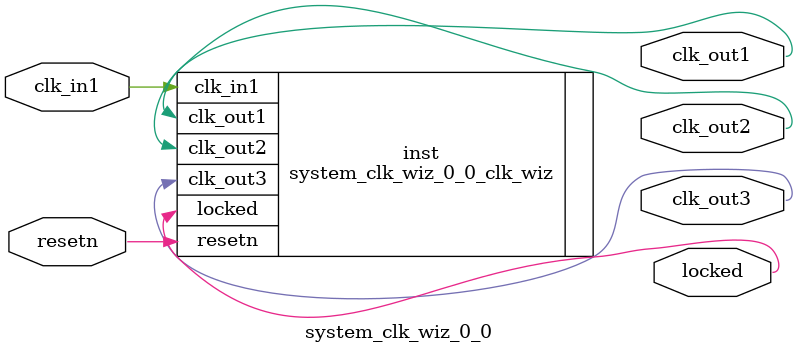
<source format=v>


`timescale 1ps/1ps

(* CORE_GENERATION_INFO = "system_clk_wiz_0_0,clk_wiz_v6_0_8_0_0,{component_name=system_clk_wiz_0_0,use_phase_alignment=false,use_min_o_jitter=false,use_max_i_jitter=false,use_dyn_phase_shift=false,use_inclk_switchover=false,use_dyn_reconfig=false,enable_axi=0,feedback_source=FDBK_AUTO,PRIMITIVE=MMCM,num_out_clk=3,clkin1_period=10.312,clkin2_period=10.000,use_power_down=false,use_reset=true,use_locked=true,use_inclk_stopped=false,feedback_type=SINGLE,CLOCK_MGR_TYPE=NA,manual_override=false}" *)

module system_clk_wiz_0_0 
 (
  // Clock out ports
  output        clk_out1,
  output        clk_out2,
  output        clk_out3,
  // Status and control signals
  input         resetn,
  output        locked,
 // Clock in ports
  input         clk_in1
 );

  system_clk_wiz_0_0_clk_wiz inst
  (
  // Clock out ports  
  .clk_out1(clk_out1),
  .clk_out2(clk_out2),
  .clk_out3(clk_out3),
  // Status and control signals               
  .resetn(resetn), 
  .locked(locked),
 // Clock in ports
  .clk_in1(clk_in1)
  );

endmodule

</source>
